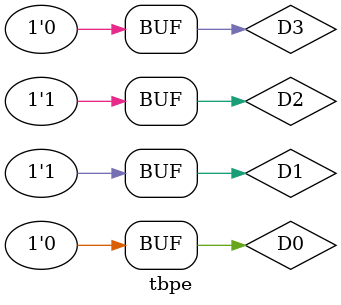
<source format=v>
`timescale 1ns / 1ps
module tbpe;
wire D0, D1, D2, D3;
reg A, B, Y;
prenc uut(.D0(D0), .D1(D1), .D2(D2), .D3(D3), .A(A), .B(B), .Y(Y));
initial begin
D0=0; D1=0; D2=0; D3=0;
#20 D0=1; #20 D1=1; #20 D2=1; #20 D3=1;
#20 D0=0; #20 D1=0; #20 D2=0;
#20 D1=1; #20 D0=1; #20 D1=0; #20 D2=1;
#20 D3=0; #20 D0=0; #20 D1=1;
end;
endmodule

</source>
